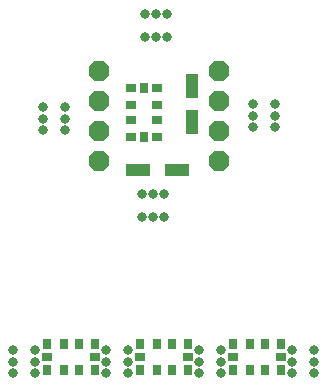
<source format=gbs>
G75*
%MOIN*%
%OFA0B0*%
%FSLAX24Y24*%
%IPPOS*%
%LPD*%
%AMOC8*
5,1,8,0,0,1.08239X$1,22.5*
%
%ADD10C,0.0316*%
%ADD11R,0.0316X0.0356*%
%ADD12R,0.0356X0.0316*%
%ADD13OC8,0.0680*%
%ADD14R,0.0395X0.0395*%
D10*
X004037Y005944D03*
X004037Y006324D03*
X004037Y006704D03*
X004797Y006704D03*
X004797Y006324D03*
X004797Y005944D03*
X007137Y005944D03*
X007137Y006324D03*
X007137Y006704D03*
X007897Y006704D03*
X007897Y006324D03*
X007897Y005944D03*
X010237Y005944D03*
X010237Y006324D03*
X010237Y006704D03*
X010997Y006704D03*
X010997Y006324D03*
X010997Y005944D03*
X013337Y005944D03*
X013337Y006324D03*
X013337Y006704D03*
X014097Y006704D03*
X014097Y006324D03*
X014097Y005944D03*
X009097Y011144D03*
X008717Y011144D03*
X008337Y011144D03*
X008337Y011904D03*
X008717Y011904D03*
X009097Y011904D03*
X012037Y014144D03*
X012037Y014524D03*
X012037Y014904D03*
X012797Y014904D03*
X012797Y014524D03*
X012797Y014144D03*
X009197Y017144D03*
X008817Y017144D03*
X008437Y017144D03*
X008437Y017904D03*
X008817Y017904D03*
X009197Y017904D03*
X005797Y014804D03*
X005797Y014424D03*
X005797Y014044D03*
X005037Y014044D03*
X005037Y014424D03*
X005037Y014804D03*
D11*
X008417Y015431D03*
X008417Y013817D03*
X008285Y006928D03*
X008842Y006928D03*
X009342Y006928D03*
X009899Y006928D03*
X009899Y006062D03*
X009342Y006062D03*
X008842Y006062D03*
X008285Y006062D03*
X006799Y006062D03*
X006242Y006062D03*
X005742Y006062D03*
X005185Y006062D03*
X005185Y006928D03*
X005742Y006928D03*
X006242Y006928D03*
X006799Y006928D03*
X011385Y006928D03*
X011942Y006928D03*
X012442Y006928D03*
X012999Y006928D03*
X012999Y006062D03*
X012442Y006062D03*
X011942Y006062D03*
X011385Y006062D03*
D12*
X011385Y006495D03*
X009899Y006495D03*
X008285Y006495D03*
X006799Y006495D03*
X005185Y006495D03*
X007984Y013817D03*
X007984Y014374D03*
X007984Y014874D03*
X007984Y015431D03*
X008850Y015431D03*
X008850Y014874D03*
X008850Y014374D03*
X008850Y013817D03*
X012999Y006495D03*
D13*
X010917Y013024D03*
X010917Y014024D03*
X010917Y015024D03*
X010917Y016024D03*
X006917Y016024D03*
X006917Y015024D03*
X006917Y014024D03*
X006917Y013024D03*
D14*
X008017Y012724D03*
X008417Y012724D03*
X009317Y012724D03*
X009717Y012724D03*
X010017Y014124D03*
X010017Y014524D03*
X010017Y015324D03*
X010017Y015724D03*
M02*

</source>
